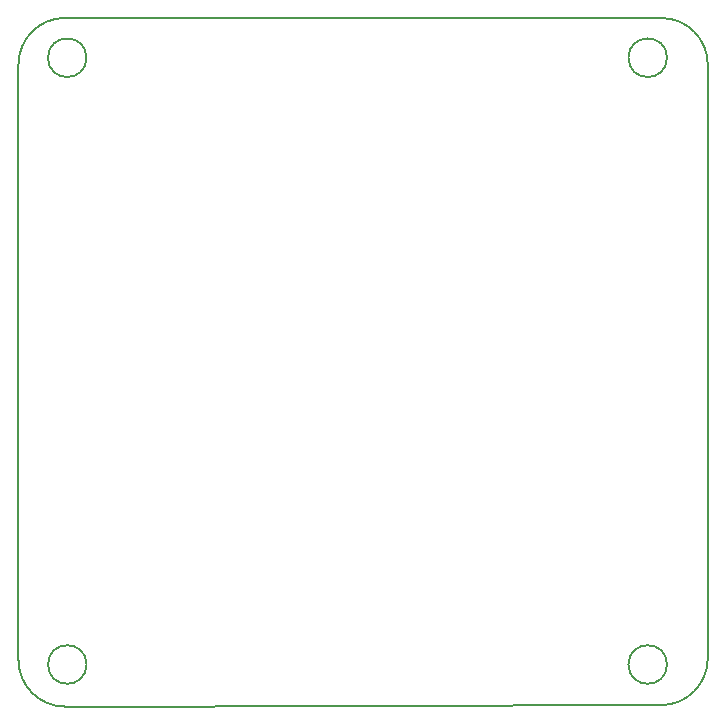
<source format=gm1>
G04 #@! TF.GenerationSoftware,KiCad,Pcbnew,5.1.10*
G04 #@! TF.CreationDate,2022-03-08T21:35:18-05:00*
G04 #@! TF.ProjectId,throttle,7468726f-7474-46c6-952e-6b696361645f,Rev 2*
G04 #@! TF.SameCoordinates,Original*
G04 #@! TF.FileFunction,Profile,NP*
%FSLAX46Y46*%
G04 Gerber Fmt 4.6, Leading zero omitted, Abs format (unit mm)*
G04 Created by KiCad (PCBNEW 5.1.10) date 2022-03-08 21:35:18*
%MOMM*%
%LPD*%
G01*
G04 APERTURE LIST*
G04 #@! TA.AperFunction,Profile*
%ADD10C,0.200000*%
G04 #@! TD*
G04 APERTURE END LIST*
D10*
X203708000Y-76454000D02*
G75*
G02*
X207649606Y-80395606I0J-3941606D01*
G01*
X149288500Y-80391000D02*
G75*
G02*
X153230106Y-76449394I3941606J0D01*
G01*
X153230106Y-134751606D02*
G75*
G02*
X149288500Y-130810000I0J3941606D01*
G01*
X207645000Y-130683000D02*
G75*
G02*
X203703394Y-134624606I-3941606J0D01*
G01*
X204196950Y-79819500D02*
G75*
G03*
X204196950Y-79819500I-1631950J0D01*
G01*
X155047950Y-131191000D02*
G75*
G03*
X155047950Y-131191000I-1631950J0D01*
G01*
X155047950Y-79819500D02*
G75*
G03*
X155047950Y-79819500I-1631950J0D01*
G01*
X204196950Y-131191000D02*
G75*
G03*
X204196950Y-131191000I-1631950J0D01*
G01*
X149288500Y-130810000D02*
X149288500Y-80391000D01*
X203703394Y-134624606D02*
X153230106Y-134751606D01*
X207649606Y-80395606D02*
X207645000Y-130683000D01*
X153230106Y-76449394D02*
X203708000Y-76454000D01*
M02*

</source>
